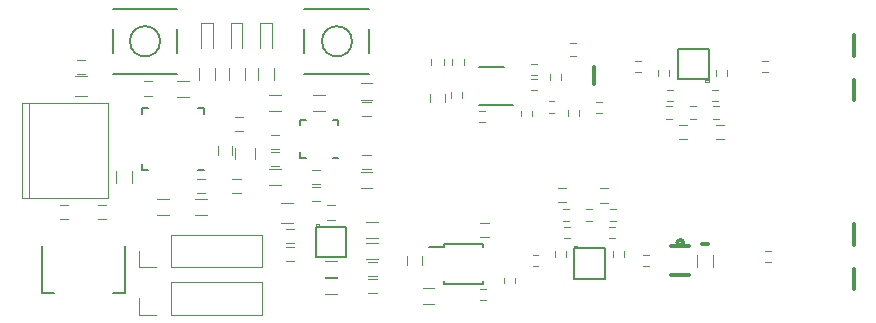
<source format=gto>
G04 #@! TF.FileFunction,Legend,Top*
%FSLAX46Y46*%
G04 Gerber Fmt 4.6, Leading zero omitted, Abs format (unit mm)*
G04 Created by KiCad (PCBNEW 4.0.6-e0-6349~53~ubuntu14.04.1) date Thu Apr 13 01:16:21 2017*
%MOMM*%
%LPD*%
G01*
G04 APERTURE LIST*
%ADD10C,0.100000*%
%ADD11C,0.150000*%
%ADD12C,0.120000*%
%ADD13C,0.300000*%
G04 APERTURE END LIST*
D10*
D11*
X177025000Y-84700000D02*
X177025000Y-84875000D01*
X180375000Y-84700000D02*
X180375000Y-84950000D01*
X180375000Y-88050000D02*
X180375000Y-87800000D01*
X177025000Y-88050000D02*
X177025000Y-87800000D01*
X177025000Y-84700000D02*
X180375000Y-84700000D01*
X177025000Y-88050000D02*
X180375000Y-88050000D01*
X177025000Y-84875000D02*
X175775000Y-84875000D01*
D12*
X153940000Y-90640000D02*
X161680000Y-90640000D01*
X161680000Y-90640000D02*
X161680000Y-87860000D01*
X161680000Y-87860000D02*
X153940000Y-87860000D01*
X153940000Y-87860000D02*
X153940000Y-90640000D01*
X152670000Y-90640000D02*
X151280000Y-90640000D01*
X151280000Y-90640000D02*
X151280000Y-89250000D01*
D10*
X166500000Y-83000000D02*
X166500000Y-83200000D01*
X166500000Y-83000000D02*
X166500000Y-83100000D01*
X166200000Y-83000000D02*
X166200000Y-83200000D01*
X166200000Y-83000000D02*
X166500000Y-83000000D01*
X166200000Y-83100000D02*
X166500000Y-83100000D01*
D11*
X166200000Y-85800000D02*
X166200000Y-83200000D01*
X168800000Y-85800000D02*
X166200000Y-85800000D01*
X168800000Y-83200000D02*
X168800000Y-85800000D01*
X166200000Y-83200000D02*
X168800000Y-83200000D01*
X164875000Y-77375000D02*
X164875000Y-76875000D01*
X168125000Y-74125000D02*
X168125000Y-74625000D01*
X164875000Y-74125000D02*
X164875000Y-74625000D01*
X168125000Y-77375000D02*
X167625000Y-77375000D01*
X168125000Y-74125000D02*
X167625000Y-74125000D01*
X164875000Y-74125000D02*
X165375000Y-74125000D01*
X164875000Y-77375000D02*
X165375000Y-77375000D01*
X151512500Y-78375000D02*
X151512500Y-77850000D01*
X156762500Y-73125000D02*
X156762500Y-73650000D01*
X151512500Y-73125000D02*
X151512500Y-73650000D01*
X156762500Y-78375000D02*
X156237500Y-78375000D01*
X156762500Y-73125000D02*
X156237500Y-73125000D01*
X151512500Y-73125000D02*
X152037500Y-73125000D01*
X151512500Y-78375000D02*
X152037500Y-78375000D01*
X165250000Y-64750000D02*
X170750000Y-64750000D01*
X165250000Y-68500000D02*
X165250000Y-66500000D01*
X170750000Y-70250000D02*
X165250000Y-70250000D01*
X170750000Y-68500000D02*
X170750000Y-66500000D01*
X169274755Y-67500000D02*
G75*
G03X169274755Y-67500000I-1274755J0D01*
G01*
X149000000Y-64750000D02*
X154500000Y-64750000D01*
X149000000Y-68500000D02*
X149000000Y-66500000D01*
X154500000Y-70250000D02*
X149000000Y-70250000D01*
X154500000Y-68500000D02*
X154500000Y-66500000D01*
X153024755Y-67500000D02*
G75*
G03X153024755Y-67500000I-1274755J0D01*
G01*
D12*
X162250000Y-72070000D02*
X163250000Y-72070000D01*
X163250000Y-73430000D02*
X162250000Y-73430000D01*
X155500000Y-72180000D02*
X154500000Y-72180000D01*
X154500000Y-70820000D02*
X155500000Y-70820000D01*
X144550000Y-81350000D02*
X145250000Y-81350000D01*
X145250000Y-82550000D02*
X144550000Y-82550000D01*
X151650000Y-70900000D02*
X152350000Y-70900000D01*
X152350000Y-72100000D02*
X151650000Y-72100000D01*
X156850000Y-80350000D02*
X156150000Y-80350000D01*
X156150000Y-79150000D02*
X156850000Y-79150000D01*
X160050000Y-75100000D02*
X159350000Y-75100000D01*
X159350000Y-73900000D02*
X160050000Y-73900000D01*
X147750000Y-81350000D02*
X148450000Y-81350000D01*
X148450000Y-82550000D02*
X147750000Y-82550000D01*
X145950000Y-69050000D02*
X146650000Y-69050000D01*
X146650000Y-70250000D02*
X145950000Y-70250000D01*
X159100000Y-76400000D02*
X159100000Y-77100000D01*
X157900000Y-77100000D02*
X157900000Y-76400000D01*
X159850000Y-80350000D02*
X159150000Y-80350000D01*
X159150000Y-79150000D02*
X159850000Y-79150000D01*
X164350000Y-84600000D02*
X163650000Y-84600000D01*
X163650000Y-83400000D02*
X164350000Y-83400000D01*
X170150000Y-72650000D02*
X170850000Y-72650000D01*
X170850000Y-73850000D02*
X170150000Y-73850000D01*
X167850000Y-82600000D02*
X167150000Y-82600000D01*
X167150000Y-81400000D02*
X167850000Y-81400000D01*
X164350000Y-86100000D02*
X163650000Y-86100000D01*
X163650000Y-84900000D02*
X164350000Y-84900000D01*
X170150000Y-77150000D02*
X170850000Y-77150000D01*
X170850000Y-78350000D02*
X170150000Y-78350000D01*
X163100000Y-78100000D02*
X162400000Y-78100000D01*
X162400000Y-76900000D02*
X163100000Y-76900000D01*
X165900000Y-78400000D02*
X166600000Y-78400000D01*
X166600000Y-79600000D02*
X165900000Y-79600000D01*
X163100000Y-76600000D02*
X162400000Y-76600000D01*
X162400000Y-75400000D02*
X163100000Y-75400000D01*
X171350000Y-88850000D02*
X170650000Y-88850000D01*
X170650000Y-87650000D02*
X171350000Y-87650000D01*
X171350000Y-87350000D02*
X170650000Y-87350000D01*
X170650000Y-86150000D02*
X171350000Y-86150000D01*
X180100000Y-89380000D02*
X180600000Y-89380000D01*
X180600000Y-88440000D02*
X180100000Y-88440000D01*
X175170000Y-85700000D02*
X175170000Y-86400000D01*
X173970000Y-86400000D02*
X173970000Y-85700000D01*
X183090000Y-88000000D02*
X183090000Y-87500000D01*
X182150000Y-87500000D02*
X182150000Y-88000000D01*
X199769779Y-72581867D02*
X200269779Y-72581867D01*
X200269779Y-71641867D02*
X199769779Y-71641867D01*
X204500000Y-69191867D02*
X204000000Y-69191867D01*
X204000000Y-70131867D02*
X204500000Y-70131867D01*
X180850000Y-84100000D02*
X180150000Y-84100000D01*
X180150000Y-82900000D02*
X180850000Y-82900000D01*
X178597416Y-72330846D02*
X178597416Y-71830846D01*
X177657416Y-71830846D02*
X177657416Y-72330846D01*
X200069779Y-74611867D02*
X200769779Y-74611867D01*
X200769779Y-75811867D02*
X200069779Y-75811867D01*
X177107416Y-71930846D02*
X177107416Y-72630846D01*
X175907416Y-72630846D02*
X175907416Y-71930846D01*
X190427416Y-72600846D02*
X189927416Y-72600846D01*
X189927416Y-73540846D02*
X190427416Y-73540846D01*
X197669779Y-75811867D02*
X196969779Y-75811867D01*
X196969779Y-74611867D02*
X197669779Y-74611867D01*
X195969779Y-72581867D02*
X196469779Y-72581867D01*
X196469779Y-71641867D02*
X195969779Y-71641867D01*
X193769779Y-69191867D02*
X193269779Y-69191867D01*
X193269779Y-70131867D02*
X193769779Y-70131867D01*
X188497416Y-73850000D02*
X188497416Y-73350000D01*
X187557416Y-73350000D02*
X187557416Y-73850000D01*
X187710000Y-83190000D02*
X187210000Y-83190000D01*
X187210000Y-84130000D02*
X187710000Y-84130000D01*
X180497416Y-73380846D02*
X179997416Y-73380846D01*
X179997416Y-74320846D02*
X180497416Y-74320846D01*
X184560000Y-86530000D02*
X185060000Y-86530000D01*
X185060000Y-85590000D02*
X184560000Y-85590000D01*
X186997416Y-70750846D02*
X186997416Y-70250846D01*
X186057416Y-70250846D02*
X186057416Y-70750846D01*
X183617416Y-73360846D02*
X183617416Y-73860846D01*
X184557416Y-73860846D02*
X184557416Y-73360846D01*
X187410000Y-81110000D02*
X186710000Y-81110000D01*
X186710000Y-79910000D02*
X187410000Y-79910000D01*
X190950000Y-81150000D02*
X190250000Y-81150000D01*
X190250000Y-79950000D02*
X190950000Y-79950000D01*
X191510000Y-83190000D02*
X191010000Y-83190000D01*
X191010000Y-84130000D02*
X191510000Y-84130000D01*
X193910000Y-86530000D02*
X194410000Y-86530000D01*
X194410000Y-85590000D02*
X193910000Y-85590000D01*
X157500000Y-65950000D02*
X156500000Y-65950000D01*
X156500000Y-65950000D02*
X156500000Y-68050000D01*
X157500000Y-65950000D02*
X157500000Y-68050000D01*
X160000000Y-65950000D02*
X159000000Y-65950000D01*
X159000000Y-65950000D02*
X159000000Y-68050000D01*
X160000000Y-65950000D02*
X160000000Y-68050000D01*
X162500000Y-65950000D02*
X161500000Y-65950000D01*
X161500000Y-65950000D02*
X161500000Y-68050000D01*
X162500000Y-65950000D02*
X162500000Y-68050000D01*
X159400000Y-76500000D02*
X159400000Y-77500000D01*
X161100000Y-77500000D02*
X161100000Y-76500000D01*
X145800000Y-72150000D02*
X146800000Y-72150000D01*
X146800000Y-70450000D02*
X145800000Y-70450000D01*
X164250000Y-81150000D02*
X163250000Y-81150000D01*
X163250000Y-82850000D02*
X164250000Y-82850000D01*
X200099779Y-69961867D02*
X200099779Y-70461867D01*
X201039779Y-70461867D02*
X201039779Y-69961867D01*
X195199779Y-69961867D02*
X195199779Y-70461867D01*
X196139779Y-70461867D02*
X196139779Y-69961867D01*
X185917416Y-73530846D02*
X186417416Y-73530846D01*
X186417416Y-72590846D02*
X185917416Y-72590846D01*
X187380000Y-85760000D02*
X187380000Y-85260000D01*
X186440000Y-85260000D02*
X186440000Y-85760000D01*
X184407416Y-70340846D02*
X184907416Y-70340846D01*
X184907416Y-69400846D02*
X184407416Y-69400846D01*
X184407416Y-71600846D02*
X184907416Y-71600846D01*
X184907416Y-70660846D02*
X184407416Y-70660846D01*
X192280000Y-85760000D02*
X192280000Y-85260000D01*
X191340000Y-85260000D02*
X191340000Y-85760000D01*
X141300000Y-72750000D02*
X141300000Y-80750000D01*
X148620000Y-72750000D02*
X148620000Y-80750000D01*
X148620000Y-80750000D02*
X141300000Y-80750000D01*
X141920000Y-80750000D02*
X141920000Y-72750000D01*
X141300000Y-72750000D02*
X148620000Y-72750000D01*
X153940000Y-86640000D02*
X161680000Y-86640000D01*
X161680000Y-86640000D02*
X161680000Y-83860000D01*
X161680000Y-83860000D02*
X153940000Y-83860000D01*
X153940000Y-83860000D02*
X153940000Y-86640000D01*
X152670000Y-86640000D02*
X151280000Y-86640000D01*
X151280000Y-86640000D02*
X151280000Y-85250000D01*
X150680000Y-78500000D02*
X150680000Y-79500000D01*
X149320000Y-79500000D02*
X149320000Y-78500000D01*
X157680000Y-69750000D02*
X157680000Y-70750000D01*
X156320000Y-70750000D02*
X156320000Y-69750000D01*
X160180000Y-69750000D02*
X160180000Y-70750000D01*
X158820000Y-70750000D02*
X158820000Y-69750000D01*
X162680000Y-69750000D02*
X162680000Y-70750000D01*
X161320000Y-70750000D02*
X161320000Y-69750000D01*
X171000000Y-79930000D02*
X170000000Y-79930000D01*
X170000000Y-78570000D02*
X171000000Y-78570000D01*
X162250000Y-78320000D02*
X163250000Y-78320000D01*
X163250000Y-79680000D02*
X162250000Y-79680000D01*
X167000000Y-73430000D02*
X166000000Y-73430000D01*
X166000000Y-72070000D02*
X167000000Y-72070000D01*
X171000000Y-72430000D02*
X170000000Y-72430000D01*
X170000000Y-71070000D02*
X171000000Y-71070000D01*
X167000000Y-87570000D02*
X168000000Y-87570000D01*
X168000000Y-88930000D02*
X167000000Y-88930000D01*
X168000000Y-87430000D02*
X167000000Y-87430000D01*
X167000000Y-86070000D02*
X168000000Y-86070000D01*
X171500000Y-84180000D02*
X170500000Y-84180000D01*
X170500000Y-82820000D02*
X171500000Y-82820000D01*
X170500000Y-84570000D02*
X171500000Y-84570000D01*
X171500000Y-85930000D02*
X170500000Y-85930000D01*
X200369779Y-72981867D02*
X199869779Y-72981867D01*
X199869779Y-74041867D02*
X200369779Y-74041867D01*
X198369779Y-72981867D02*
X197869779Y-72981867D01*
X197869779Y-74041867D02*
X198369779Y-74041867D01*
X195869779Y-74041867D02*
X196369779Y-74041867D01*
X196369779Y-72981867D02*
X195869779Y-72981867D01*
X188250000Y-67670000D02*
X187750000Y-67670000D01*
X187750000Y-68730000D02*
X188250000Y-68730000D01*
X187110000Y-82740000D02*
X187610000Y-82740000D01*
X187610000Y-81680000D02*
X187110000Y-81680000D01*
X189110000Y-82740000D02*
X189610000Y-82740000D01*
X189610000Y-81680000D02*
X189110000Y-81680000D01*
X191610000Y-81680000D02*
X191110000Y-81680000D01*
X191110000Y-82740000D02*
X191610000Y-82740000D01*
X177030000Y-69500000D02*
X177030000Y-69000000D01*
X175970000Y-69000000D02*
X175970000Y-69500000D01*
X177720000Y-69000000D02*
X177720000Y-69500000D01*
X178780000Y-69500000D02*
X178780000Y-69000000D01*
X199840000Y-85580000D02*
X199840000Y-86580000D01*
X198480000Y-86580000D02*
X198480000Y-85580000D01*
D11*
X143050000Y-88800000D02*
X143050000Y-84800000D01*
X143050000Y-88800000D02*
X144050000Y-88800000D01*
X150050000Y-88800000D02*
X149050000Y-88800000D01*
X150050000Y-88800000D02*
X150050000Y-84800000D01*
D13*
X189727416Y-71150846D02*
X189727416Y-69650846D01*
X197320000Y-84570000D02*
G75*
G03X197320000Y-84570000I-250000J0D01*
G01*
X197820000Y-87320000D02*
X196320000Y-87320000D01*
X197820000Y-84820000D02*
X196320000Y-84820000D01*
X198950000Y-84700000D02*
X199450000Y-84700000D01*
D12*
X156000000Y-80820000D02*
X157000000Y-80820000D01*
X157000000Y-82180000D02*
X156000000Y-82180000D01*
X153750000Y-82180000D02*
X152750000Y-82180000D01*
X152750000Y-80820000D02*
X153750000Y-80820000D01*
X175250000Y-88420000D02*
X176250000Y-88420000D01*
X176250000Y-89780000D02*
X175250000Y-89780000D01*
X204250000Y-86220000D02*
X204750000Y-86220000D01*
X204750000Y-85280000D02*
X204250000Y-85280000D01*
D10*
X199169779Y-70911867D02*
X199169779Y-70711867D01*
X199169779Y-70911867D02*
X199169779Y-70811867D01*
X199469779Y-70911867D02*
X199469779Y-70711867D01*
X199469779Y-70911867D02*
X199169779Y-70911867D01*
X199469779Y-70811867D02*
X199169779Y-70811867D01*
D11*
X199469779Y-68111867D02*
X199469779Y-70711867D01*
X196869779Y-68111867D02*
X199469779Y-68111867D01*
X196869779Y-70711867D02*
X196869779Y-68111867D01*
X199469779Y-70711867D02*
X196869779Y-70711867D01*
D10*
X188360000Y-84810000D02*
X188360000Y-85010000D01*
X188360000Y-84810000D02*
X188360000Y-84910000D01*
X188060000Y-84810000D02*
X188060000Y-85010000D01*
X188060000Y-84810000D02*
X188360000Y-84810000D01*
X188060000Y-84910000D02*
X188360000Y-84910000D01*
D11*
X188060000Y-87610000D02*
X188060000Y-85010000D01*
X190660000Y-87610000D02*
X188060000Y-87610000D01*
X190660000Y-85010000D02*
X190660000Y-87610000D01*
X188060000Y-85010000D02*
X190660000Y-85010000D01*
X182142416Y-69640846D02*
X180042416Y-69640846D01*
X182917416Y-72890846D02*
X180042416Y-72890846D01*
D12*
X165900000Y-79800000D02*
X166600000Y-79800000D01*
X166600000Y-81000000D02*
X165900000Y-81000000D01*
D13*
X211750000Y-68750000D02*
X211750000Y-67000000D01*
X211750000Y-72500000D02*
X211750000Y-70750000D01*
X211750000Y-84750000D02*
X211750000Y-83000000D01*
X211750000Y-88500000D02*
X211750000Y-86750000D01*
M02*

</source>
